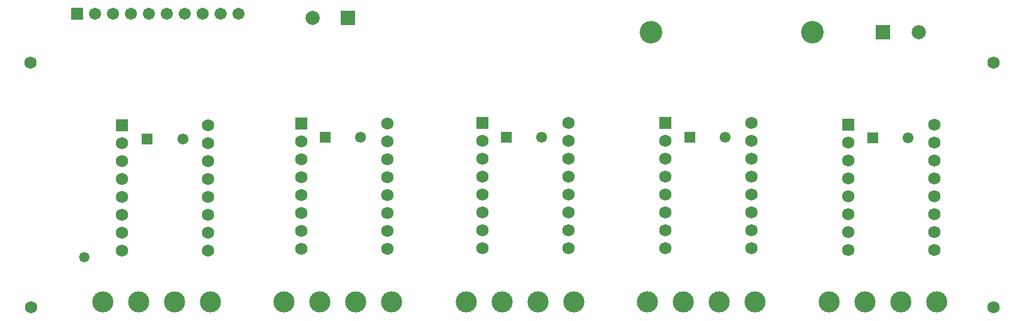
<source format=gbr>
G04 Layer_Color=16711935*
%FSLAX45Y45*%
%MOMM*%
%TF.FileFunction,Soldermask,Bot*%
%TF.Part,Single*%
G01*
G75*
%TA.AperFunction,ViaPad*%
%ADD48C,1.72720*%
%TA.AperFunction,ComponentPad*%
%ADD49C,2.99320*%
%ADD50R,2.00320X2.00320*%
%ADD51C,2.00320*%
%ADD52R,1.70320X1.70320*%
%ADD53C,1.70320*%
%ADD54R,1.55320X1.55320*%
%ADD55C,1.55320*%
%ADD56C,1.72720*%
%ADD57R,1.72720X1.72720*%
%ADD58C,3.20320*%
%TA.AperFunction,ViaPad*%
%ADD59C,1.47320*%
D48*
X16941800Y2984500D02*
D03*
Y6451600D02*
D03*
X3302000D02*
D03*
X3314700Y2984500D02*
D03*
D49*
X4330700Y3060700D02*
D03*
X4838700D02*
D03*
X5346700D02*
D03*
X5854700D02*
D03*
X6896100D02*
D03*
X7404100D02*
D03*
X7912100D02*
D03*
X8420100D02*
D03*
X9474200D02*
D03*
X9982200D02*
D03*
X10490200D02*
D03*
X10998200D02*
D03*
X12039600D02*
D03*
X12547600D02*
D03*
X13055600D02*
D03*
X13563600D02*
D03*
X14617700D02*
D03*
X15125700D02*
D03*
X15633701D02*
D03*
X16141701D02*
D03*
D50*
X7797800Y7086600D02*
D03*
X15379700Y6883400D02*
D03*
D51*
X7297800Y7086600D02*
D03*
X15879700Y6883400D02*
D03*
D52*
X3962400Y7150100D02*
D03*
D53*
X4216400D02*
D03*
X4724400D02*
D03*
X4978400D02*
D03*
X5232400D02*
D03*
X5486400D02*
D03*
X5740400D02*
D03*
X5994400D02*
D03*
X6248400D02*
D03*
X4470400D02*
D03*
D54*
X4957000Y5372101D02*
D03*
X15231300Y5384801D02*
D03*
X7475600Y5397501D02*
D03*
X10041000D02*
D03*
X12640500Y5397501D02*
D03*
D55*
X5457000Y5372099D02*
D03*
X15731300Y5384799D02*
D03*
X7975600Y5397500D02*
D03*
X10541000D02*
D03*
X13140500Y5397499D02*
D03*
D56*
X12293600Y5092700D02*
D03*
Y5346700D02*
D03*
Y4584700D02*
D03*
Y4076700D02*
D03*
Y4838700D02*
D03*
Y4330700D02*
D03*
Y3822700D02*
D03*
X13512801D02*
D03*
Y4330700D02*
D03*
Y4838700D02*
D03*
Y4076700D02*
D03*
Y4584700D02*
D03*
Y5600700D02*
D03*
Y5346700D02*
D03*
Y5092700D02*
D03*
X7137400Y5080000D02*
D03*
Y5334000D02*
D03*
Y4572000D02*
D03*
Y4064000D02*
D03*
Y4826000D02*
D03*
Y4318000D02*
D03*
Y3810000D02*
D03*
X8356600D02*
D03*
Y4318000D02*
D03*
Y4826000D02*
D03*
Y4064000D02*
D03*
Y4572000D02*
D03*
Y5588000D02*
D03*
Y5334000D02*
D03*
Y5080000D02*
D03*
X9702800Y5092700D02*
D03*
Y5346700D02*
D03*
Y4584700D02*
D03*
Y4076700D02*
D03*
Y4838700D02*
D03*
Y4330700D02*
D03*
Y3822700D02*
D03*
X10922000D02*
D03*
Y4330700D02*
D03*
Y4838700D02*
D03*
Y4076700D02*
D03*
Y4584700D02*
D03*
Y5600700D02*
D03*
Y5346700D02*
D03*
Y5092700D02*
D03*
X14884399Y5067300D02*
D03*
Y5321300D02*
D03*
Y4559300D02*
D03*
Y4051300D02*
D03*
Y4813300D02*
D03*
Y4305300D02*
D03*
Y3797300D02*
D03*
X16103600D02*
D03*
Y4305300D02*
D03*
Y4813300D02*
D03*
Y4051300D02*
D03*
Y4559300D02*
D03*
Y5575300D02*
D03*
Y5321300D02*
D03*
Y5067300D02*
D03*
X4597400Y5054600D02*
D03*
Y5308600D02*
D03*
Y4546600D02*
D03*
Y4038600D02*
D03*
Y4800600D02*
D03*
Y4292600D02*
D03*
Y3784600D02*
D03*
X5816600D02*
D03*
Y4292600D02*
D03*
Y4800600D02*
D03*
Y4038600D02*
D03*
Y4546600D02*
D03*
Y5562600D02*
D03*
Y5308600D02*
D03*
Y5054600D02*
D03*
D57*
X12293600Y5600700D02*
D03*
X7137400Y5588000D02*
D03*
X9702800Y5600700D02*
D03*
X14884399Y5575300D02*
D03*
X4597400Y5562600D02*
D03*
D58*
X12086400Y6883400D02*
D03*
X14376401D02*
D03*
D59*
X4064000Y3695700D02*
D03*
%TF.MD5,5acd66f524c15df36ed129c2eb6bcf85*%
M02*

</source>
